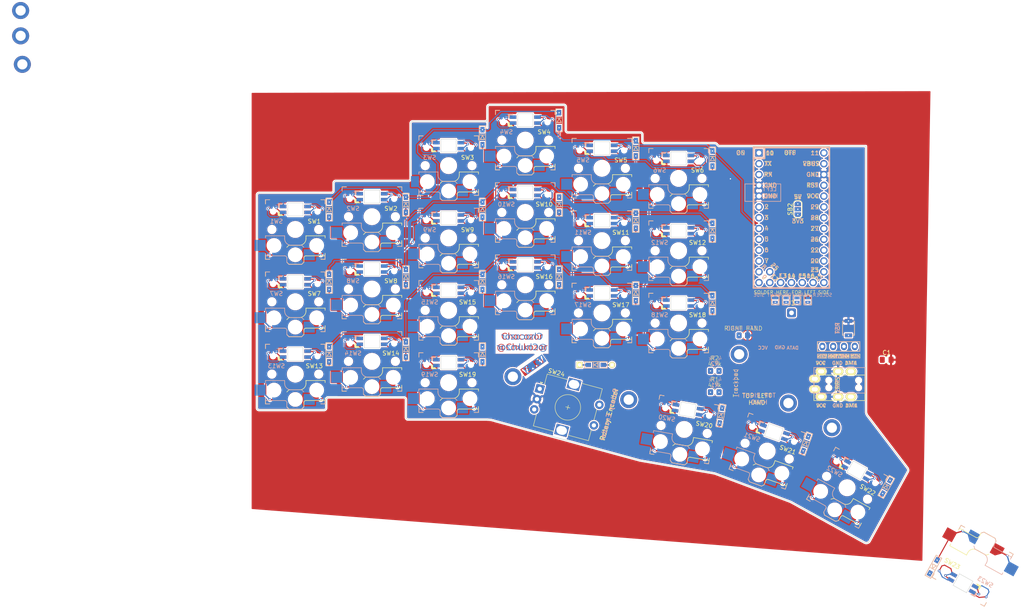
<source format=kicad_pcb>
(kicad_pcb (version 20240108) (generator "pcbnew") (generator_version "8.0")
  (title_block (title "Chocozor") (date "2024-10-25") (rev "0.2") (company "Chukozor"))
  (layers (0 "F.Cu" signal) (31 "B.Cu" signal) (34 "B.Paste" user) (35 "F.Paste" user) (36 "B.SilkS" user "B.Silkscreen") (37 "F.SilkS" user "F.Silkscreen") (38 "B.Mask" user) (39 "F.Mask" user) (44 "Edge.Cuts" user))
  (net 0 "")
  (net 1 "row0")
  (net 2 "row1")
  (net 3 "row2")
  (net 4 "row3")
  (net 5 "GND")
  (net 6 "VCC")
  (net 7 "col0")
  (net 8 "col1")
  (net 9 "col2")
  (net 10 "col3")
  (net 11 "col4")
  (net 12 "col5")
  (net 13 "LED")
  (net 14 "data")
  (net 15 "reset")
  (net 16 "SCL")
  (net 17 "SDA")
  (net 18 "ENCA")
  (net 19 "Net-(D1-A)")
  (net 20 "ENCB")
  (net 21 "Net-(SW4-Pad2)")
  (net 22 "Net-(SW5-Pad2)")
  (net 23 "Net-(SW6-Pad2)")
  (net 24 "Net-(SW8-Pad2)")
  (net 25 "Net-(SW9-Pad2)")
  (net 26 "Net-(SW10-Pad2)")
  (net 27 "Net-(SW11-Pad2)")
  (net 28 "Net-(SW12-Pad2)")
  (net 29 "Net-(SW14-Pad2)")
  (net 30 "Net-(SW15-Pad2)")
  (net 31 "Net-(SW16-Pad2)")
  (net 32 "Net-(SW17-Pad2)")
  (net 33 "Net-(SW18-Pad2)")
  (net 34 "Net-(SW19-Pad2)")
  (net 35 "Net-(SW20-Pad2)")
  (net 36 "Net-(SW21-Pad2)")
  (net 37 "Net-(SW22-Pad2)")
  (net 38 "Net-(SW2-Pad2)")
  (net 39 "Net-(SW3-Pad2)")
  (net 40 "Net-(SW23-Pad2)")
  (net 41 "Net-(SW1-Pad2)")
  (net 42 "Net-(SW7-Pad2)")
  (net 43 "Net-(SW13-Pad2)")
  (net 53 "VI2C")
  (net 54 "VBUS")
  (net 55 "HandPin")
  (net 56 "Net-(J3-Pin_1)")
  (net 57 "Net-(SW1-DIN)")
  (net 58 "Net-(SW2-DIN)")
  (net 59 "Net-(SW3-DIN)")
  (net 60 "Net-(SW4-DIN)")
  (net 61 "Net-(SW5-DIN)")
  (net 62 "Net-(SW12-DOUT)")
  (net 63 "Net-(SW13-DOUT)")
  (net 64 "Net-(SW7-DOUT)")
  (net 65 "Net-(SW10-DOUT)")
  (net 66 "Net-(SW10-DIN)")
  (net 67 "Net-(SW8-DOUT)")
  (net 68 "Net-(SW11-DOUT)")
  (net 69 "Net-(SW13-DIN)")
  (net 70 "Net-(SW14-DIN)")
  (net 71 "Net-(SW15-DIN)")
  (net 72 "Net-(SW16-DIN)")
  (net 73 "Net-(SW17-DIN)")
  (net 74 "Net-(SW1-DOUT)")
  (net 75 "Net-(SW19-DOUT)")
  (net 76 "Net-(SW20-DOUT)")
  (net 77 "Net-(SW21-DOUT)")
  (net 78 "Net-(SW22-DOUT)")
  (net 81 "Net-(J2-Pin_3)")
  (net 82 "Net-(J2-Pin_4)")
  (net 83 "Net-(J2-Pin_1)")
  (net 84 "Net-(J2-Pin_2)")
  (footprint "Switches_Chukozor:MJ-4PP-9_Chukozor" (layer "F.Cu") (at 195.484387 109.706135)
    (property "Reference" "J1")
    (property "Value" "MJ-4PP-9" (hide yes))
  )
  (footprint "Switches_Chukozor:Kailh_socket_PG1350_reversible_Chukozor_Col_5_LED" (layer "F.Cu") (at 85.91 70.4)
    (property "Reference" "SW2")
    (property "Value" "SW_Chuk")
    (fp_line (start -1.8 -6.25) (end -1.8 -3.15) (stroke (width 0.1)) (layer "Edge.Cuts"))
    (fp_line (start -1.8 -3.15) (end 1.8 -3.15) (stroke (width 0.1)) (layer "Edge.Cuts"))
    (fp_line (start 1.8 -6.25) (end -1.8 -6.25) (stroke (width 0.1)) (layer "Edge.Cuts"))
    (fp_line (start 1.8 -3.15) (end 1.8 -6.25) (stroke (width 0.1)) (layer "Edge.Cuts"))
  )
  (footprint "Switches_Chukozor:Kailh_socket_PG1350_reversible_Chukozor_Top_Col_4_shortened_LED" (layer "F.Cu") (at 103.91 58.4)
    (property "Reference" "SW3")
    (property "Value" "SW_Chuk")
    (fp_line (start -1.8 -6.25) (end -1.8 -3.15) (stroke (width 0.1)) (layer "Edge.Cuts"))
    (fp_line (start -1.8 -3.15) (end 1.8 -3.15) (stroke (width 0.1)) (layer "Edge.Cuts"))
    (fp_line (start 1.8 -6.25) (end -1.8 -6.25) (stroke (width 0.1)) (layer "Edge.Cuts"))
    (fp_line (start 1.8 -3.15) (end 1.8 -6.25) (stroke (width 0.1)) (layer "Edge.Cuts"))
  )
  (footprint "Switches_Chukozor:Kailh_socket_PG1350_reversible_Chukozor_LED" (layer "F.Cu") (at 121.91 52.4)
    (property "Reference" "SW4")
    (property "Value" "SW_Chuk")
    (fp_line (start -1.8 -6.25) (end -1.8 -3.15) (stroke (width 0.1)) (layer "Edge.Cuts"))
    (fp_line (start -1.8 -3.15) (end 1.8 -3.15) (stroke (width 0.1)) (layer "Edge.Cuts"))
    (fp_line (start 1.8 -6.25) (end -1.8 -6.25) (stroke (width 0.1)) (layer "Edge.Cuts"))
    (fp_line (start 1.8 -3.15) (end 1.8 -6.25) (stroke (width 0.1)) (layer "Edge.Cuts"))
  )
  (footprint "Switches_Chukozor:Kailh_socket_PG1350_reversible_Chukozor_LED" (layer "F.Cu") (at 139.91 59.02)
    (property "Reference" "SW5")
    (property "Value" "SW_Chuk")
    (fp_line (start -1.8 -6.25) (end -1.8 -3.15) (stroke (width 0.1)) (layer "Edge.Cuts"))
    (fp_line (start -1.8 -3.15) (end 1.8 -3.15) (stroke (width 0.1)) (layer "Edge.Cuts"))
    (fp_line (start 1.8 -6.25) (end -1.8 -6.25) (stroke (width 0.1)) (layer "Edge.Cuts"))
    (fp_line (start 1.8 -3.15) (end 1.8 -6.25) (stroke (width 0.1)) (layer "Edge.Cuts"))
  )
  (footprint "Switches_Chukozor:Kailh_socket_PG1350_reversible_Chukozor_LED" (layer "F.Cu") (at 157.91 61.4)
    (property "Reference" "SW6")
    (property "Value" "SW_Chuk")
    (fp_line (start -1.8 -6.25) (end -1.8 -3.15) (stroke (width 0.1)) (layer "Edge.Cuts"))
    (fp_line (start -1.8 -3.15) (end 1.8 -3.15) (stroke (width 0.1)) (layer "Edge.Cuts"))
    (fp_line (start 1.8 -6.25) (end -1.8 -6.25) (stroke (width 0.1)) (layer "Edge.Cuts"))
    (fp_line (start 1.8 -3.15) (end 1.8 -6.25) (stroke (width 0.1)) (layer "Edge.Cuts"))
  )
  (footprint "Switches_Chukozor:Kailh_socket_PG1350_reversible_Chukozor_Col_5_LED" (layer "F.Cu") (at 85.91 87.4)
    (property "Reference" "SW8")
    (property "Value" "SW_Chuk")
    (fp_line (start -1.8 -6.25) (end -1.8 -3.15) (stroke (width 0.1)) (layer "Edge.Cuts"))
    (fp_line (start -1.8 -3.15) (end 1.8 -3.15) (stroke (width 0.1)) (layer "Edge.Cuts"))
    (fp_line (start 1.8 -6.25) (end -1.8 -6.25) (stroke (width 0.1)) (layer "Edge.Cuts"))
    (fp_line (start 1.8 -3.15) (end 1.8 -6.25) (stroke (width 0.1)) (layer "Edge.Cuts"))
  )
  (footprint "Switches_Chukozor:Kailh_socket_PG1350_reversible_Chukozor_Top_Col_4_LED" (layer "F.Cu") (at 103.91 75.4)
    (property "Reference" "SW9")
    (property "Value" "SW_Chuk")
    (fp_line (start -1.8 -6.25) (end -1.8 -3.15) (stroke (width 0.1)) (layer "Edge.Cuts"))
    (fp_line (start -1.8 -3.15) (end 1.8 -3.15) (stroke (width 0.1)) (layer "Edge.Cuts"))
    (fp_line (start 1.8 -6.25) (end -1.8 -6.25) (stroke (width 0.1)) (layer "Edge.Cuts"))
    (fp_line (start 1.8 -3.15) (end 1.8 -6.25) (stroke (width 0.1)) (layer "Edge.Cuts"))
  )
  (footprint "Switches_Chukozor:Kailh_socket_PG1350_reversible_Chukozor_Col_3_SW10_SW16_LED" (layer "F.Cu") (at 121.91 69.4)
    (property "Reference" "SW10")
    (property "Value" "SW_Chuk")
    (fp_line (start -1.8 -6.25) (end -1.8 -3.15) (stroke (width 0.1)) (layer "Edge.Cuts"))
    (fp_line (start -1.8 -3.15) (end 1.8 -3.15) (stroke (width 0.1)) (layer "Edge.Cuts"))
    (fp_line (start 1.8 -6.25) (end -1.8 -6.25) (stroke (width 0.1)) (layer "Edge.Cuts"))
    (fp_line (start 1.8 -3.15) (end 1.8 -6.25) (stroke (width 0.1)) (layer "Edge.Cuts"))
  )
  (footprint "Switches_Chukozor:Kailh_socket_PG1350_reversible_Chukozor_LED" (layer "F.Cu") (at 139.91 76.02)
    (property "Reference" "SW11")
    (property "Value" "SW_Chuk")
    (fp_line (start -1.8 -6.25) (end -1.8 -3.15) (stroke (width 0.1)) (layer "Edge.Cuts"))
    (fp_line (start -1.8 -3.15) (end 1.8 -3.15) (stroke (width 0.1)) (layer "Edge.Cuts"))
    (fp_line (start 1.8 -6.25) (end -1.8 -6.25) (stroke (width 0.1)) (layer "Edge.Cuts"))
    (fp_line (start 1.8 -3.15) (end 1.8 -6.25) (stroke (width 0.1)) (layer "Edge.Cuts"))
  )
  (footprint "Switches_Chukozor:Kailh_socket_PG1350_reversible_Chukozor_LED" (layer "F.Cu") (at 157.91 78.4)
    (property "Reference" "SW12")
    (property "Value" "SW_Chuk")
    (fp_line (start -1.8 -6.25) (end -1.8 -3.15) (stroke (width 0.1)) (layer "Edge.Cuts"))
    (fp_line (start -1.8 -3.15) (end 1.8 -3.15) (stroke (width 0.1)) (layer "Edge.Cuts"))
    (fp_line (start 1.8 -6.25) (end -1.8 -6.25) (stroke (width 0.1)) (layer "Edge.Cuts"))
    (fp_line (start 1.8 -3.15) (end 1.8 -6.25) (stroke (width 0.1)) (layer "Edge.Cuts"))
  )
  (footprint "Switches_Chukozor:Kailh_socket_PG1350_reversible_Chukozor_Col_5_LED" (layer "F.Cu") (at 85.91 104.4)
    (property "Reference" "SW14")
    (property "Value" "SW_Chuk")
    (fp_line (start -1.8 -6.25) (end -1.8 -3.15) (stroke (width 0.1)) (layer "Edge.Cuts"))
    (fp_line (start -1.8 -3.15) (end 1.8 -3.15) (stroke (width 0.1)) (layer "Edge.Cuts"))
    (fp_line (start 1.8 -6.25) (end -1.8 -6.25) (stroke (width 0.1)) (layer "Edge.Cuts"))
    (fp_line (start 1.8 -3.15) (end 1.8 -6.25) (stroke (width 0.1)) (layer "Edge.Cuts"))
  )
  (footprint "Switches_Chukozor:Kailh_socket_PG1350_reversible_Chukozor_Top_Col_4_LED" (layer "F.Cu") (at 103.91 92.4)
    (property "Reference" "SW15")
    (property "Value" "SW_Chuk")
    (fp_line (start -1.8 -6.25) (end -1.8 -3.15) (stroke (width 0.1)) (layer "Edge.Cuts"))
    (fp_line (start -1.8 -3.15) (end 1.8 -3.15) (stroke (width 0.1)) (layer "Edge.Cuts"))
    (fp_line (start 1.8 -6.25) (end -1.8 -6.25) (stroke (width 0.1)) (layer "Edge.Cuts"))
    (fp_line (start 1.8 -3.15) (end 1.8 -6.25) (stroke (width 0.1)) (layer "Edge.Cuts"))
  )
  (footprint "Switches_Chukozor:Kailh_socket_PG1350_reversible_Chukozor_Col_3_SW10_SW16_LED" (layer "F.Cu") (at 121.91 86.4)
    (property "Reference" "SW16")
    (property "Value" "SW_Chuk")
    (fp_line (start -1.8 -6.25) (end -1.8 -3.15) (stroke (width 0.1)) (layer "Edge.Cuts"))
    (fp_line (start -1.8 -3.15) (end 1.8 -3.15) (stroke (width 0.1)) (layer "Edge.Cuts"))
    (fp_line (start 1.8 -6.25) (end -1.8 -6.25) (stroke (width 0.1)) (layer "Edge.Cuts"))
    (fp_line (start 1.8 -3.15) (end 1.8 -6.25) (stroke (width 0.1)) (layer "Edge.Cuts"))
  )
  (footprint "Switches_Chukozor:Kailh_socket_PG1350_reversible_Chukozor_LED" (layer "F.Cu") (at 139.91 93.025)
    (property "Reference" "SW17")
    (property "Value" "SW_Chuk")
    (fp_line (start -1.8 -6.25) (end -1.8 -3.15) (stroke (width 0.1)) (layer "Edge.Cuts"))
    (fp_line (start -1.8 -3.15) (end 1.8 -3.15) (stroke (width 0.1)) (layer "Edge.Cuts"))
    (fp_line (start 1.8 -6.25) (end -1.8 -6.25) (stroke (width 0.1)) (layer "Edge.Cuts"))
    (fp_line (start 1.8 -3.15) (end 1.8 -6.25) (stroke (width 0.1)) (layer "Edge.Cuts"))
  )
  (footprint "Switches_Chukozor:Kailh_socket_PG1350_reversible_Chukozor_LED" (layer "F.Cu") (at 157.91 95.4)
    (property "Reference" "SW18")
    (property "Value" "SW_Chuk")
    (fp_line (start -1.8 -6.25) (end -1.8 -3.15) (stroke (width 0.1)) (layer "Edge.Cuts"))
    (fp_line (start -1.8 -3.15) (end 1.8 -3.15) (stroke (width 0.1)) (layer "Edge.Cuts"))
    (fp_line (start 1.8 -6.25) (end -1.8 -6.25) (stroke (width 0.1)) (layer "Edge.Cuts"))
    (fp_line (start 1.8 -3.15) (end 1.8 -6.25) (stroke (width 0.1)) (layer "Edge.Cuts"))
  )
  (footprint "Switches_Chukozor:Kailh_socket_PG1350_reversible_Chukozor_LED" (layer "F.Cu") (at 178.714316 125.486551 -19.6)
    (property "Reference" "SW21")
    (property "Value" "SW_Chuk")
    (fp_line (start -1.8 -3.15) (end 1.8 -3.15) (stroke (width 0.1)) (layer "Edge.Cuts"))
    (fp_line (start -1.8 -6.249999) (end -1.8 -3.15) (stroke (width 0.1)) (layer "Edge.Cuts"))
    (fp_line (start 1.8 -3.15) (end 1.8 -6.25) (stroke (width 0.1)) (layer "Edge.Cuts"))
    (fp_line (start 1.8 -6.25) (end -1.8 -6.249999) (stroke (width 0.1)) (layer "Edge.Cuts"))
  )
  (footprint "Switches_Chukozor:Kailh_socket_PG1350_reversible_Chukozor_LED" (layer "F.Cu") (at 197.484387 134.106135 -29.2)
    (property "Reference" "SW22")
    (property "Value" "SW_Chuk")
    (fp_line (start -1.8 -3.149999) (end 1.799999 -3.15) (stroke (width 0.1)) (layer "Edge.Cuts"))
    (fp_line (start -1.8 -6.25) (end -1.8 -3.149999) (stroke (width 0.1)) (layer "Edge.Cuts"))
    (fp_line (start 1.799999 -3.15) (end 1.8 -6.250001) (stroke (width 0.1)) (layer "Edge.Cuts"))
    (fp_line (start 1.8 -6.250001) (end -1.8 -6.25) (stroke (width 0.1)) (layer "Edge.Cuts"))
  )
  (footprint "Switches_Chukozor:Kailh_socket_PG1350_reversible_Chukozor_LED" (layer "F.Cu") (at 226.973979 152.439682 151)
    (property "Reference" "SW23")
    (property "Value" "SW_Chuk")
    (fp_line (start 1.8 -6.25) (end -1.799999 -6.25) (stroke (width 0.1)) (layer "Edge.Cuts"))
    (fp_line (start 1.8 -3.15) (end 1.8 -6.25) (stroke (width 0.1)) (layer "Edge.Cuts"))
    (fp_line (start -1.799999 -6.25) (end -1.8 -3.15) (stroke (width 0.1)) (layer "Edge.Cuts"))
    (fp_line (start -1.8 -3.15) (end 1.8 -3.15) (stroke (width 0.1)) (layer "Edge.Cuts"))
  )
  (footprint "cornia-footprints:RP2040-ProMicro" (layer "F.Cu") (at 186.4 69.93)
    (property "Reference" "U1" (hide yes))
    (property "Value" "RP2040-ProMicro" (hide yes))
  )
  (footprint "Switches_Chukozor:oled_display_Chukozor" (layer "F.Cu") (at 195.51 100.9)
    (property "Reference" "J2")
    (property "Value" "Conn_01x04")
  )
  (footprint "Mounting_hole_Chukozor:Passthrough_hole_chukozor_M2" (layer "F.Cu") (at 3.81 34.6)
    (property "Reference" "H8" (hide yes))
    (property "Value" "MountingHole")
  )
  (footprint "Switches_Chukozor:Kailh_socket_PG1350_reversible_Chukozor_LED" (layer "F.Cu") (at 67.91 90.4)
    (property "Reference" "SW7")
    (property "Value" "SW_Chuk")
    (fp_line (start -1.8 -6.25) (end -1.8 -3.15) (stroke (width 0.1)) (layer "Edge.Cuts"))
    (fp_line (start -1.8 -3.15) (end 1.8 -3.15) (stroke (width 0.1)) (layer "Edge.Cuts"))
    (fp_line (start 1.8 -6.25) (end -1.8 -6.25) (stroke (width 0.1)) (layer "Edge.Cuts"))
    (fp_line (start 1.8 -3.15) (end 1.8 -6.25) (stroke (width 0.1)) (layer "Edge.Cuts"))
  )
  (footprint "Mounting_hole_Chukozor:Passthrough_hole_chukozor_M2" (layer "F.Cu") (at 3.41 27.9)
    (property "Reference" "H3" (hide yes))
    (property "Value" "MountingHole")
  )
  (footprint "Switches_Chukozor:Kailh_socket_PG1350_reversible_Chukozor_LED" (layer "F.Cu") (at 159.219725 120.401403 -9.8)
    (property "Reference" "SW20")
    (property "Value" "SW_Chuk")
    (fp_line (start -1.8 -3.15) (end 1.8 -3.15) (stroke (width 0.1)) (layer "Edge.Cuts"))
    (fp_line (start -1.8 -6.25) (end -1.8 -3.15) (stroke (width 0.1)) (layer "Edge.Cuts"))
    (fp_line (start 1.8 -3.15) (end 1.8 -6.25) (stroke (width 0.1)) (layer "Edge.Cuts"))
    (fp_line (start 1.8 -6.25) (end -1.8 -6.25) (stroke (width 0.1)) (layer "Edge.Cuts"))
  )
  (footprint "Switches_Chukozor:Kailh_socket_PG1350_reversible_Chukozor_LED" (layer "F.Cu") (at 67.91 73.4)
    (property "Reference" "SW1")
    (property "Value" "SW_Chuk")
    (fp_line (start -1.8 -6.25) (end -1.8 -3.15) (stroke (width 0.1)) (layer "Edge.Cuts"))
    (fp_line (start -1.8 -3.15) (end 1.8 -3.15) (stroke (width 0.1)) (layer "Edge.Cuts"))
    (fp_line (start 1.8 -6.25) (end -1.8 -6.25) (stroke (width 0.1)) (layer "Edge.Cuts"))
    (fp_line (start 1.8 -3.15) (end 1.8 -6.25) (stroke (width 0.1)) (layer "Edge.Cuts"))
  )
  (footprint "Mounting_hole_Chukozor:Passthrough_hole_chukozor_M2" (layer "F.Cu") (at 193.91 120)
    (property "Reference" "H6" (hide yes))
    (property "Value" "MountingHole")
  )
  (footprint "kbd:D3_TH_SMD" (layer "F.Cu") (at 138.475 105.225)
    (property "Reference" "D1" (hide yes))
    (property "Value" "D" (hide yes))
  )
  (footprint "Mounting_hole_Chukozor:Passthrough_hole_chukozor_M2" (layer "F.Cu") (at 3.41 21.95)
    (property "Reference" "H1" (hide yes))
    (property "Value" "MountingHole")
  )
  (footprint "Mounting_hole_Chukozor:Passthrough_hole_chukozor_M2" (layer "F.Cu") (at 183.7 114.2)
    (property "Reference" "H2" (hide yes))
    (property "Value" "MountingHole")
  )
  (footprint "Switches_Chukozor:Kailh_socket_PG1350_reversible_Chukozor_LED" (layer "F.Cu") (at 67.91 107.4)
    (property "Reference" "SW13")
    (property "Value" "SW_Chuk")
    (fp_line (start -1.8 -6.25) (end -1.8 -3.15) (stroke (width 0.1)) (layer "Edge.Cuts"))
    (fp_line (start -1.8 -3.15) (end 1.8 -3.15) (stroke (width 0.1)) (layer "Edge.Cuts"))
    (fp_line (start 1.8 -6.25) (end -1.8 -6.25) (stroke (width 0.1)) (layer "Edge.Cuts"))
    (fp_line (start 1.8 -3.15) (end 1.8 -6.25) (stroke (width 0.1)) (layer "Edge.Cuts"))
  )
  (footprint "Switches_Chukozor:switches_oled_display" (layer "F.Cu") (at 184.461 90.18338)
    (property "Reference" "SB1" (hide yes))
    (property "Value" "switches_oled_display" (hide yes))
  )
  (footprint "Switches_Chukozor:SW_SPST_B3U-1000P_Chukozor" (layer "F.Cu") (at 197.81 96.6 90)
    (property "Reference" "RSW1" (hide yes))
    (property "Value" "RST")
  )
  (footprint "Switches_Chukozor:Kailh_socket_PG1350_reversible_Chukozor_Top_Col_4_LED" (layer "F.Cu") (at 103.91 109.4)
    (property "Reference" "SW19")
    (property "Value" "SW_Chuk")
    (fp_line (start -1.8 -6.25) (end -1.8 -3.15) (stroke (width 0.1)) (layer "Edge.Cuts"))
    (fp_line (start -1.8 -3.15) (end 1.8 -3.15) (stroke (width 0.1)) (layer "Edge.Cuts"))
    (fp_line (start 1.8 -6.25) (end -1.8 -6.25) (stroke (width 0.1)) (layer "Edge.Cuts"))
    (fp_line (start 1.8 -3.15) (end 1.8 -6.25) (stroke (width 0.1)) (layer "Edge.Cuts"))
  )
  (footprint "Resistances_Chukozor:R_0805_Handedness_Chukozor" (layer "F.Cu") (at 173.11 98.3)
    (property "Reference" "Handedness1" (hide yes))
    (property "Value" "~" (hide yes))
  )
  (footprint "Mounting_hole_Chukozor:Passthrough_hole_chukozor_M2" (layer "F.Cu") (at 119 108)
    (property "Reference" "H4" (hide yes))
    (property "Value" "MountingHole")
  )
  (footprint "Switches_Chukozor:SolderJumper-3_I2C_Chukozor" (layer "F.Cu") (at 185.91 68.65 90)
    (property "Reference" "SB2")
    (property "Value" "SolderJumper_3_Open")
  )
  (footprint "cornia-footprints:C_0805" (layer "F.Cu") (at 206.77 104.03)
    (property "Reference" "C1")
    (property "Value" "1uF")
  )
  (footprint "Rotary_Encoder:RotaryEncoder_Alps_EC12E-Switch_Vertical_H20mm" (layer "F.Cu") (at 125.304085 110.858748 -15)
    (property "Reference" "SW24")
    (property "Value" "RotaryEncoder_Switch")
  )
  (footprint "Mounting_hole_Chukozor:Passthrough_hole_chukozor_M2" (layer "F.Cu") (at 172.13 102.74)
    (property "Reference" "H7" (hide yes))
    (property "Value" "MountingHole")
  )
  (footprint "Mounting_hole_Chukozor:Passthrough_hole_chukozor_M2" (layer "F.Cu") (at 146.2 113.4)
    (property "Reference" "H5" (hide yes))
    (property "Value" "MountingHole")
  )
  (footprint "cornia-footprints:1Pin" (layer "F.Cu") (at 184.43 93)
    (property "Reference" "J3")
    (property "Value" "Conn_01x01_Pin")
  )
  (footprint "Resistances_Chukozor:R_0805_double_face_Chukozor" (layer "B.Cu") (at 166.41 111.65 180)
    (property "Reference" "R1")
    (property "Value" "4.7k")
  )
  (footprint "Resistances_Chukozor:R_0805_double_face_Chukozor" (layer "B.Cu") (at 166.41 106.65 180)
    (property "Reference" "R2")
    (property "Value" "4.7k")
  )
  (gr_rect (start 173.5 62.7) (end 181.9 66.8) (stroke (width 0.15)) (fill none) (layer "B.SilkS"))
  (gr_line (start 201.9 53.8) (end 167.3 53.8) (stroke (width 0.15)) (layer "Edge.Cuts"))
  (gr_line (start 202.8 146.6) (end 211.758698 130.27287) (stroke (width 0.15)) (layer "Edge.Cuts"))
  (gr_line (start 184.2 137.4) (end 201.6 147) (stroke (width 0.15)) (layer "Edge.Cuts"))
  (gr_line (start 148.83977 127.690088) (end 166.358677 130.72242) (stroke (width 0.15)) (layer "Edge.Cuts"))
  (gr_line (start 166.4 53.1) (end 149.9 53.1) (stroke (width 0.15)) (layer "Edge.Cuts"))
  (gr_line (start 130.939604 44.100001) (end 113.51 44.100001) (stroke (width 0.15)) (layer "Edge.Cuts"))
  (gr_line (start 131.429703 50.2) (end 131.429703 44.6) (stroke (width 0.15)) (layer "Edge.Cuts"))
  (gr_line (start 148.919802 50.600001) (end 131.919802 50.600001) (stroke (width 0.15)) (layer "Edge.Cuts"))
  (gr_line (start 149.409901 52.6) (end 149.409901 51.1) (stroke (width 0.15)) (layer "Edge.Cuts"))
  (gr_line (start 112.510001 47.990099) (end 95.480001 47.990099) (stroke (width 0.15)) (layer "Edge.Cuts"))
  (gr_line (start 113.010001 44.5901) (end 113.01 49.5) (stroke (width 0.15)) (layer "Edge.Cuts"))
  (gr_arc (start 131.919802 50.600001) (mid 131.571248 50.451485) (end 131.429703 50.100002) (stroke (width 0.15)) (layer "Edge.Cuts"))
  (gr_arc (start 113.010001 44.5901) (mid 113.158498 44.241497) (end 113.51 44.100001) (stroke (width 0.15)) (layer "Edge.Cuts"))
  (gr_arc (start 211.657187 129.480253) (mid 211.801253 129.864611) (end 211.758698 130.27287) (stroke (width 0.15)) (layer "Edge.Cuts"))
  (gr_line (start 114.769985 118.39915) (end 148.83977 127.690088) (stroke (width 0.15)) (layer "Edge.Cuts"))
  (gr_arc (start 94.980002 48.480198) (mid 95.128479 48.131547) (end 95.480001 47.990099) (stroke (width 0.15)) (layer "Edge.Cuts"))
  (gr_arc (start 76.900001 64.3) (mid 76.751504 64.648603) (end 76.400002 64.790099) (stroke (width 0.15)) (layer "Edge.Cuts"))
  (gr_arc (start 202.8 146.6) (mid 202.282843 147.048528) (end 201.6 147) (stroke (width 0.15)) (layer "Edge.Cuts"))
  (gr_line (start 201.91 53.81502) (end 201.917 116.4) (stroke (width 0.15)) (layer "Edge.Cuts"))
  (gr_line (start 94.373129 118.069899) (end 113.073129 118.069899) (stroke (width 0.15)) (layer "Edge.Cuts"))
  (gr_arc (start 166.4 53.100001) (mid 166.770913 53.239956) (end 167.030055 53.539972) (stroke (width 0.15)) (layer "Edge.Cuts"))
  (gr_arc (start 75.149999 115.3599) (mid 75.001502 115.708503) (end 74.65 115.849999) (stroke (width 0.15)) (layer "Edge.Cuts"))
  (gr_arc (start 75.149999 113.35) (mid 75.298496 113.001397) (end 75.649998 112.859901) (stroke (width 0.15)) (layer "Edge.Cuts"))
  (gr_line (start 74.65 115.849999) (end 59.3901 115.849999) (stroke (width 0.15)) (layer "Edge.Cuts"))
  (gr_line (start 76.900001 62.480198) (end 76.900001 64.3) (stroke (width 0.15)) (layer "Edge.Cuts"))
  (gr_line (start 93.890099 113.3599) (end 93.88303 117.5699) (stroke (width 0.15)) (layer "Edge.Cuts"))
  (gr_arc (start 130.939604 44.100001) (mid 131.288254 44.248479) (end 131.429703 44.6) (stroke (width 0.15)) (layer "Edge.Cuts"))
  (gr_arc (start 93.4 112.859901) (mid 93.748603 113.008398) (end 93.890099 113.3599) (stroke (width 0.15)) (layer "Edge.Cuts"))
  (gr_arc (start 149.9 53.099999) (mid 149.551412 52.951488) (end 149.409901 52.6) (stroke (width 0.15)) (layer "Edge.Cuts"))
  (gr_line (start 202.211255 117.117966) (end 211.657187 129.480253) (stroke (width 0.15)) (layer "Edge.Cuts"))
  (gr_line (start 76.400002 64.790099) (end 59.4 64.790099) (stroke (width 0.15)) (layer "Edge.Cuts"))
  (gr_line (start 94.480003 61.990099) (end 77.4 61.990099) (stroke (width 0.15)) (layer "Edge.Cuts"))
  (gr_line (start 93.4 112.859901) (end 75.649998 112.859901) (stroke (width 0.15)) (layer "Edge.Cuts"))
  (gr_arc (start 58.900001 65.280198) (mid 59.048498 64.931595) (end 59.4 64.790099) (stroke (width 0.15)) (layer "Edge.Cuts"))
  (gr_line (start 94.980002 48.480198) (end 94.980002 61.5) (stroke (width 0.15)) (layer "Edge.Cuts"))
  (gr_arc (start 148.919802 50.600001) (mid 149.268454 50.748478) (end 149.409901 51.1) (stroke (width 0.15)) (layer "Edge.Cuts"))
  (gr_line (start 75.149999 113.35) (end 75.149999 115.3599) (stroke (width 0.15)) (layer "Edge.Cuts"))
  (gr_arc (start 113.01 47.5) (mid 112.861483 47.848553) (end 112.510001 47.990099) (stroke (width 0.15)) (layer "Edge.Cuts"))
  (gr_line (start 167.030055 53.539972) (end 167.3 53.8) (stroke (width 0.15)) (layer "Edge.Cuts"))
  (gr_arc (start 59.3901 115.849999) (mid 59.041497 115.701502) (end 58.900001 115.35) (stroke (width 0.15)) (layer "Edge.Cuts"))
  (gr_line (start 58.900001 65.280198) (end 58.900001 115.35) (stroke (width 0.15)) (layer "Edge.Cuts"))
  (gr_arc (start 202.211255 117.117966) (mid 202.033606 116.771492) (end 201.917 116.4) (stroke (width 0.15)) (layer "Edge.Cuts"))
  (gr_arc (start 94.980002 61.5) (mid 94.831505 61.848603) (end 94.480003 61.990099) (stroke (width 0.15)) (layer "Edge.Cuts"))
  (gr_arc (start 76.900001 62.480198) (mid 77.048498 62.131595) (end 77.4 61.990099) (stroke (width 0.15)) (layer "Edge.Cuts"))
  (gr_arc (start 94.373129 118.069899) (mid 94.024526 117.921402) (end 93.88303 117.5699) (stroke (width 0.15)) (layer "Edge.Cuts"))
  (gr_line (start 166.358677 130.72242) (end 184.2 137.4) (stroke (width 0.15)) (layer "Edge.Cuts"))
  (gr_arc (start 113.04 118.09) (mid 113.918853 118.167014) (end 114.769985 118.39915) (stroke (width 0.15)) (layer "Edge.Cuts"))
  (gr_text "Chocozor\n@Chukozor" (at 121.16 99.9 0) (layer "F.Cu") (effects (font (size 1.5 1.5) (thickness 0.3))))
  (gr_text "V1.3" (at 123.673988 105.60757 35) (layer "F.Cu" knockout) (effects (font (size 1.5 1.5) (thickness 0.3) (bold yes) (italic yes))))
  (gr_text "Chocozor\n@Chukozor" (at 121.16 99.9 0) (layer "B.Cu") (effects (font (size 1.5 1.5) (thickness 0.3)) (justify mirror)))
  (gr_text "V1.3" (at 124.136989 105.277612 35) (layer "B.Cu" knockout) (effects (font (size 1.5 1.5) (thickness 0.3) (bold yes) (italic yes)) (justify mirror)))
  (gr_text "ON" (at 172.5 55.4 -0) (layer "B.SilkS") (effects (font (size 1 1)) (justify mirror)))
  (gr_text "TOP RIGHT\nHAND" (at 176.8 113.2 0) (layer "B.SilkS") (effects (font (size 1 1)) (justify mirror)))
  (gr_text "Trackpad" (at 171.5 109.5 270) (layer "B.SilkS") (effects (font (size 1 1) (thickness 0.12)) (justify mirror)))
  (gr_text "DATA\n" (at 184.7 101.7 -0) (layer "B.SilkS") (effects (font (size 0.8 0.8)) (justify bottom mirror)))
  (gr_text "OFF" (at 184.1 55.4 -0) (layer "B.SilkS") (effects (font (size 1 1)) (justify mirror)))
  (gr_text "LEFT\nHAND" (at 179.3 64.7 0) (layer "B.SilkS") (effects (font (size 1 1)) (justify mirror)))
  (gr_text "GND\n" (at 181.7 101.6 -0) (layer "B.SilkS") (effects (font (size 0.8 0.8)) (justify bottom mirror)))
  (gr_text "SOLDER HERE FOR RIGHT SIDE" (at 184.71 88.8 0) (layer "B.SilkS") (effects (font (size 0.8 0.8) (thickness 0.1) (bold yes)) (justify mirror)))
  (gr_text "VCC" (at 177.7 101.7 0) (layer "B.SilkS") (effects (font (size 0.8 0.8)) (justify bottom mirror)))
  (gr_text "Rotary Encoder" (at 141.6 116.9 75) (layer "B.SilkS") (effects (font (size 1.1 1.1) (thickness 0.2) (bold yes)) (justify mirror)))
  (gr_text "OFF" (at 184.1 55.4 0) (layer "F.SilkS") (effects (font (size 1 1))))
  (gr_text "Rotary Encoder" (at 141.6 116.9 75) (layer "F.SilkS") (effects (font (size 1.1 1.1) (thickness 0.2) (bold yes))))
  (gr_text "ON" (at 172.5 55.4 0) (layer "F.SilkS") (effects (font (size 1 1))))
  (gr_text "TOP LEFT\nHAND" (at 176.3 113.3 0) (layer "F.SilkS") (effects (font (size 1 1))))
  (gr_text "Trackpad" (at 171.3 109.5 90) (layer "F.SilkS") (effects (font (size 1 1) (thickness 0.12))))
  (segment (start 147.86 52.575) (end 147.63 52.345) (width 0.25) (layer "B.Cu") (net 1))
  (segment (start 101.41 63.7) (end 99.295 65.815) (width 0.25) (layer "B.Cu") (net 1))
  (segment (start 148.81 53.525) (end 147.86 52.575) (width 0.25) (layer "B.Cu") (net 1))
  (segment (start 165.86 54.955) (end 172.81 61.905) (width 0.25) (layer "B.Cu") (net 1))
  (segment (start 96.626116 55.316116) (end 97.71 56.4) (width 0.25) (layer "B.Cu") (net 1))
  (segment (start 101.41 57.9) (end 101.41 63.7) (width 0.25) (layer "B.Cu") (net 1))
  (segment (start 147.63 52.345) (end 130.825 52.345) (width 0.25) (layer "B.Cu") (net 1))
  (segment (start 116.18 45.655) (end 113.435 48.4) (width 0.25) (layer "B.Cu") (net 1))
  (segment (start 129.01 46.805) (end 129.86 45.955) (width 0.25) (layer "B.Cu") (net 1))
  (segment (start 97.71 56.4) (end 99.91 56.4) (width 0.25) (layer "B.Cu") (net 1))
  (segment (start 93.87 65.815) (end 93.725 65.815) (width 0.25) (layer "B.Cu") (net 1))
  (segment (start 79.09 63.725) (end 75.86 66.955) (width 0.25) (layer "B.Cu") (net 1))
  (segment (start 129.56 45.655) (end 116.18 45.655) (width 0.25) (layer "B.Cu") (net 1))
  (segment (start 129.86 45.955) (end 129.56 45.655) (width 0.25) (layer "B.Cu") (net 1))
  (segment (start 172.81 69.21) (end 176.79 73.19) (width 0.25) (layer "B.Cu") (net 1))
  (segment (start 96.626116 53.6) (end 96.626116 55.316116) (width 0.25) (layer "B.Cu") (net 1))
  (segment (start 99.295 65.815) (end 93.87 65.815) (width 0.25) (layer "B.Cu") (net 1))
  (segment (start 93.725 65.815) (end 91.635 63.725) (width 0.25) (layer "B.Cu") (net 1))
  (segment (start 113.435 48.4) (end 113.435 49.676041) (width 0.25) (layer "B.Cu") (net 1))
  (segment (start 164.43 53.525) (end 148.81 53.525) (width 0.25) (layer "B.Cu") (net 1))
  (segment (start 99.91 56.4) (end 101.41 57.9) (width 0.25) (layer "B.Cu") (net 1))
  (segment (start 113.156041 49.955) (end 111.86 49.955) (width 0.25) (layer "B.Cu") (net 1))
  (segment (start 100.271116 49.955) (end 96.626116 53.6) (width 0.25) (layer "B.Cu") (net 1))
  (segment (start 129.01 50.53) (end 129.01 46.805) (width 0.25) (layer "B.Cu") (net 1))
  (segment (start 113.435 49.676041) (end 113.156041 49.955) (width 0.25) (layer "B.Cu") (net 1))
  (segment (start 165.86 54.955) (end 164.43 53.525) (width 0.25) (layer "B.Cu") (net 1))
  (segment (start 130.825 52.345) (end 129.01 50.53) (width 0.25) (layer "B.Cu") (net 1))
  (segment (start 172.81 61.905) (end 172.81 69.21) (width 0.25) (layer "B.Cu") (net 1))
  (segment (start 91.635 63.725) (end 79.09 63.725) (width 0.25) (layer "B.Cu") (net 1))
  (segment (start 111.86 49.955) (end 100.271116 49.955) (width 0.25) (layer "B.Cu") (net 1))
  (via (at 119.084387 63.006135) (size 0.6) (drill 0.3) (layers "F.Cu" "B.Cu") (net 2))
  (segment (start 147.86 69.575) (end 142.116041 69.575) (width 0.25) (layer "B.Cu") (net 2))
  (segment (start 93.87 71.44) (end 93.87 82.815) (width 0.25) (layer "B.Cu") (net 2))
  (segment (start 165.465 71.955) (end 163.085 69.575) (width 0.25) (layer "B.Cu") (net 2))
  (segment (start 131.023252 64.445) (end 129.723252 64.445) (width 0.25) (layer "B.Cu") (net 2))
  (segment (start 76.91 80.9) (end 76.91 81.2) (width 0.25) (layer "B.Cu") (net 2))
  (segment (start 111.86 66.955) (end 100.255 66.955) (width 0.25) (layer "B.Cu") (net 2))
  (segment (start 98.01 69.2) (end 96.11 69.2) (width 0.25) (layer "B.Cu") (net 2))
  (segment (start 119.435522 62.655) (end 119.084387 63.006135) (width 0.25) (layer "B.Cu") (net 2))
  (segment (start 116.16 62.655) (end 111.86 66.955) (width 0.25) (layer "B.Cu") (net 2))
  (segment (start 76.91 81.2) (end 75.86 82.25) (width 0.25) (layer "B.Cu") (net 2))
  (segment (start 133.378252 66.8) (end 131.023252 64.445) (width 0.25) (layer "B.Cu") (net 2))
  (segment (start 129.723252 64.445) (end 127.933252 62.655) (width 0.25) (layer "B.Cu") (net 2))
  (segment (start 139.341041 66.8) (end 133.378252 66.8) (width 0.25) (layer "B.Cu") (net 2))
  (segment (start 77.085 80.725) (end 76.91 80.9) (width 0.25) (layer "B.Cu") (net 2))
  (segment (start 75.86 82.25) (end 75.86 83.955) (width 0.25) (layer "B.Cu") (net 2))
  (segment (start 100.255 66.955) (end 98.01 69.2) (width 0.25) (layer "B.Cu") (net 2))
  (segment (start 142.116041 69.575) (end 139.341041 66.8) (width 0.25) (layer "B.Cu") (net 2))
  (segment (start 119.084387 63.006135) (end 118.733252 62.655) (width 0.25) (layer "B.Cu") (net 2))
  (segment (start 127.933252 62.655) (end 119.435522 62.655) (width 0.25) (layer "B.Cu") (net 2))
  (segment (start 93.87 82.815) (end 91.78 80.725) (width 0.25) (layer "B.Cu") (net 2))
  (segment (start 118.733252 62.655) (end 116.16 62.655) (width 0.25) (layer "B.Cu") (net 2))
  (segment (start 91.78 80.725) (end 77.085 80.725) (width 0.25) (layer "B.Cu") (net 2))
  (segment (start 163.085 69.575) (end 147.86 69.575) (width 0.25) (layer "B.Cu") (net 2))
  (segment (start 165.86 71.955) (end 165.465 71.955) (width 0.25) (layer "B.Cu") (net 2))
  (segment (start 96.11 69.2) (end 93.87 71.44) (width 0.25) (layer "B.Cu") (net 2))
  (segment (start 116.09 79.725) (end 111.86 83.955) (width 0.25) (layer "B.Cu") (net 3))
  (segment (start 165.86 88.955) (end 165.665 88.955) (width 0.25) (layer "B.Cu") (net 3))
  (segment (start 93.87 99.815) (end 91.78 97.725) (width 0.25) (layer "B.Cu") (net 3))
  (segment (start 163.29 86.58) (end 147.86 86.58) (width 0.25) (layer "B.Cu") (net 3))
  (segment (start 129.86 81.345) (end 129.86 79.955) (width 0.25) (layer "B.Cu") (net 3))
  (segment (start 111.86 83.955) (end 100.271116 83.955) (width 0.25) (layer "B.Cu") (net 3))
  (segment (start 79.09 97.725) (end 75.86 100.955) (width 0.25) (layer "B.Cu") (net 3))
  (segment (start 147.86 86.58) (end 142.116041 86.58) (width 0.25) (layer "B.Cu") (net 3))
  (segment (start 129.86 79.955) (end 129.155 79.955) (width 0.25) (layer "B.Cu") (net 3))
  (segment (start 139.336041 83.8) (end 132.315 83.8) (width 0.25) (layer "B.Cu") (net 3))
  (segment (start 142.116041 86.58) (end 139.336041 83.8) (width 0.25) (layer "B.Cu") (net 3))
  (segment (start 129.155 79.955) (end 128.925 79.725) (width 0.25) (layer "B.Cu") (net 3))
  (segment (start 132.315 83.8) (end 129.86 81.345) (width 0.25) (layer "B.Cu") (net 3))
  (segment (start 165.665 88.955) (end 163.29 86.58) (width 0.25) (layer "B.Cu") (net 3))
  (segment (start 93.87 90.356116) (end 93.87 99.815) (width 0.25) (layer "B.Cu") (net 3))
  (segment (start 100.271116 83.955) (end 93.87 90.356116) (width 0.25) (layer "B.Cu") (net 3))
  (segment (start 128.925 79.725) (end 116.09 79.725) (width 0.25) (layer "B.Cu") (net 3))
  (segment (start 91.78 97.725) (end 79.09 97.725) (width 0.25) (layer "B.Cu") (net 3))
  (segment (start 136.7 105.225) (end 134.665 105.225) (width 0.25) (layer "F.Cu") (net 4))
  (segment (start 136.7 105.225) (end 134.665 105.225) (width 0.25) (layer "B.Cu") (net 4))
  (segment (start 170.084387 61.506135) (end 171.608252 63.03) (width 0.25) (layer "F.Cu") (net 5))
  (segment (start 171.608252 63.03) (end 176.79 63.03) (width 0.25) (layer "F.Cu") (net 5))
  (via (at 170.084387 61.506135) (size 0.6) (drill 0.3) (layers "F.Cu" "B.Cu") (net 5))
  (segment (start 170.084387 61.006135) (end 170.084387 61.506135) (width 0.25) (layer "B.Cu") (net 5))
  (segment (start 163.803252 54.725) (end 170.084387 61.006135) (width 0.25) (layer "B.Cu") (net 5))
  (segment (start 154.985 54.725) (end 163.803252 54.725) (width 0.25) (layer "B.Cu") (net 5))
  (segment (start 153.41 56.3) (end 154.985 54.725) (width 0.25) (layer "B.Cu") (net 5))
  (segment (start 60.965 80.395) (end 60.965 95.405) (width 0.25) (layer "F.Cu") (net 7))
  (segment (start 61.96 96.4) (end 60.965 97.395) (width 0.25) (layer "F.Cu") (net 7))
  (segment (start 60.965 95.405) (end 61.96 96.4) (width 0.25) (layer "F.Cu") (net 7))
  (segment (start 60.965 112.405) (end 61.96 113.4) (width 0.25) (layer "F.Cu") (net 7))
  (segment (start 61.96 79.4) (end 60.965 80.395) (width 0.25) (layer "F.Cu") (net 7))
  (segment (start 60.965 97.395) (end 60.965 112.405) (width 0.25) (layer "F.Cu") (net 7))
  (segment (start 78.965 92.405) (end 79.96 93.4) (width 0.25) (layer "F.Cu") (net 8))
  (segment (start 79.96 76.4) (end 78.965 77.395) (width 0.25) (layer "F.Cu") (net 8))
  (segment (start 78.965 109.405) (end 79.96 110.4) (width 0.25) (layer "F.Cu") (net 8))
  (segment (start 78.965 77.395) (end 78.965 92.405) (width 0.25) (layer "F.Cu") (net 8))
  (segment (start 78.965 94.395) (end 78.965 109.405) (width 0.25) (layer "F.Cu") (net 8))
  (segment (start 79.96 93.4) (end 78.965 94.395) (width 0.25) (layer "F.Cu") (net 8))
  (segment (start 97.96 81.4) (end 96.965 82.395) (width 0.25) (layer "F.Cu") (net 9))
  (segment (start 96.965 114.405) (end 97.96 115.4) (width 0.25) (layer "F.Cu") (net 9))
  (segment (start 96.965 99.395) (end 96.965 114.405) (width 0.25) (layer "F.Cu") (net 9))
  (segment (start 97.96 64.4) (end 96.965 65.395) (width 0.25) (layer "F.Cu") (net 9))
  (segment (start 96.965 80.405) (end 97.96 81.4) (width 0.25) (layer "F.Cu") (net 9))
  (segment (start 96.965 65.395) (end 96.965 80.405) (width 0.25) (layer "F.Cu") (net 9))
  (segment (start 96.965 82.395) (end 96.965 97.405) (width 0.25) (layer "F.Cu") (net 9))
  (segment (start 96.965 97.405) (end 97.96 98.4) (width 0.25) (layer "F.Cu") (net 9))
  (segment (start 97.96 98.4) (end 96.965 99.395) (width 0.25) (layer "F.Cu") (net 9))
  (segment (start 114.965 76.395) (end 114.965 91.405) (width 0.25) (layer "F.Cu") (net 10))
  (segment (start 114.965 91.405) (end 115.96 92.4) (width 0.25) (layer "F.Cu") (net 10))
  (segment (start 115.96 75.4) (end 114.965 76.395) (width 0.25) (layer "F.Cu") (net 10))
  (segment (start 115.96 58.4) (end 114.965 59.395) (width 0.25) (layer "F.Cu") (net 10))
  (segment (start 114.965 59.395) (end 114.965 74.405) (width 0.25) (layer "F.Cu") (net 10))
  (segment (start 114.965 74.405) (end 115.96 75.4) (width 0.25) (layer "F.Cu") (net 10))
  (segment (start 132.965 81.025) (end 133.96 82.02) (width 0.25) (layer "F.Cu") (net 11))
  (segment (start 133.96 65.02) (end 132.965 66.015) (width 0.25) (layer "F.Cu") (net 11))
  (segment (start 133.96 82.02) (end 132.965 83.015) (width 0.25) (layer "F.Cu") (net 11))
  (segment (start 132.965 83.015) (end 132.965 98.03) (width 0.25) (layer "F.Cu") (net 11))
  (segment (start 132.965 66.015) (end 132.965 81.025) (width 0.25) (layer "F.Cu") (net 11))
  (segment (start 132.965 98.03) (end 133.96 99.025) (width 0.25) (layer "F.Cu") (net 11))
  (segment (start 151.96 84.4) (end 149.86 86.5) (width 0.25) (layer "F.Cu") (net 12))
  (segment (start 151.96 67.4) (end 150.965 68.395) (width 0.25) (layer "F.Cu") (net 12))
  (segment (start 151.96 101.4) (end 152.835 101.4) (width 0.25) (layer "F.Cu") (net 12))
  (segment (start 150.965 68.395) (end 150.965 83.455) (width 0.25) (layer "F.Cu") (net 12))
  (segment (start 149.86 86.5) (end 149.86 99.3) (width 0.25) (layer "F.Cu") (net 12))
  (segment (start 149.86 99.3) (end 151.96 101.4) (width 0.25) (layer "F.Cu") (net 12))
  (segment (start 150.965 83.455) (end 151.96 84.45) (width 0.25) (layer "F.Cu") (net 12))
  (segment (start 140.25 105.225) (end 142.285 105.225) (width 0.25) (layer "F.Cu") (net 19))
  (segment (start 140.25 105.225) (end 142.285 105.225) (width 0.25) (layer "B.Cu") (net 19))
  (segment (start 151.768441 58.790189) (end 150.215658 57.237406) (width 0.25) (layer "B.Cu") (net 61))
  (segment (start 140.21071 56.295) (end 137.473252 56.295) (width 0.25) (layer "B.Cu") (net 61))
  (segment (start 150.215658 57.237406) (end 141.153116 57.237406) (width 0.25) (layer "B.Cu") (net 61))
  (segment (start 141.153116 57.237406) (end 140.21071 56.295) (width 0.25) (layer "B.Cu") (net 61))
  (segment (start 164.23 57.336447) (end 162.776258 58.790189) (width 0.25) (layer "B.Cu") (net 61))
  (segment (start 162.776258 58.790189) (end 151.768441 58.790189) (width 0.25) (layer "B.Cu") (net 61))
  (segment (start 137.03 55.851748) (end 137.03 55.02) (width 0.25) (layer "B.Cu") (net 61))
  (segment (start 137.473252 56.295) (end 137.03 55.851748) (width 0.25) (layer "B.Cu") (net 61))
  (segment (start 164.23 56.52) (end 164.23 57.336447) (width 0.25) (layer "B.Cu") (net 61))
  (segment (start 128.23 64.52) (end 128.23 65.85) (width 0.25) (layer "B.Cu") (net 65))
  (segment (start 128.23 65.85) (end 128.184387 65.895613) (width 0.25) (layer "B.Cu") (net 65))
  (segment (start 133.59 69.711748) (end 133.59 71.14) (width 0.25) (layer "B.Cu") (net 65))
  (segment (start 128.184387 65.895613) (end 128.184387 66.506135) (width 0.25) (layer "B.Cu") (net 65))
  (segment (start 128.184387 66.506135) (end 129.684387 68.006135) (width 0.25) (layer "B.Cu") (net 65))
  (segment (start 131.884387 68.006135) (end 133.59 69.711748) (width 0.25) (layer "B.Cu") (net 65))
  (segment (start 129.684387 68.006135) (end 131.884387 68.006135) (width 0.25) (layer "B.Cu") (net 65))
  (segment (start 115.59 65.1) (end 111.883865 68.806135) (width 0.25) (layer "B.Cu") (net 66))
  (segment (start 111.883865 68.806135) (end 110.584387 68.806135) (width 0.25) (layer "B.Cu") (net 66))
  (segment (start 115.59 64.52) (end 115.59 65.1) (width 0.25) (layer "B.Cu") (net 66))
  (segment (start 110.584387 70.165613) (end 110.23 70.52) (width 0.25) (layer "B.Cu") (net 66))
  (segment (start 110.584387 68.806135) (end 110.584387 70.165613) (width 0.25) (layer "B.Cu") (net 66))
  (segment (start 93.384387 78.406135) (end 91.884387 78.406135) (width 0.25) (layer "F.Cu") (net 67))
  (segment (start 95.384387 76.406135) (end 93.384387 78.406135) (width 0.25) (layer "F.Cu") (net 67))
  (segment (start 91.884387 82.174387) (end 92.23 82.52) (width 0.25) (layer "F.Cu") (net 67))
  (segment (start 91.884387 78.406135) (end 91.884387 82.174387) (width 0.25) (layer "F.Cu") (net 67))
  (via (at 95.384387 76.406135) (size 0.6) (drill 0.3) (layers "F.Cu" "B.Cu") (net 67))
  (segment (start 97.59 70.52) (end 96.203865 71.906135) (width 0.25) (layer "B.Cu") (net 67))
  (segment (start 95.584387 76.206135) (end 95.384387 76.406135) (width 0.25) (layer "B.Cu") (net 67))
  (segment (start 96.203865 71.906135) (end 95.584387 71.906135) (width 0.25) (layer "B.Cu") (net 67))
  (segment (start 95.584387 71.906135) (end 95.584387 76.206135) (width 0.25) (layer "B.Cu") (net 67))
  (zone (net 5) (net_name "GND") (layers "F&B.Cu") (connect_pads (clearance 0.3)) (min_thickness 0.25) (fill yes (thermal_gap 0.5) (thermal_bridge_width 0.5))
    (polygon (pts (xy 57.657057 41.295807) (xy 217.057057 40.895807) (xy 215.157057 151.295807) (xy 57.657057 139.095807)))
  )
  (zone (net 0) (net_name "") (layers "F&B.Cu") (name "no_copper_fond") (connect_pads (clearance 0)) (min_thickness 0.254)
    (keepout (tracks allowed) (vias allowed) (pads allowed) (copperpour not_allowed) (footprints allowed))
    (fill (thermal_gap 0.508) (thermal_bridge_width 0.508))
    (polygon (pts (xy 119.994054 105.688147) (xy 122.030249 108.596137) (xy 127.477613 104.781854) (xy 125.441416 101.873863)))
  )
  (zone (net 0) (net_name "") (layers "F&B.Cu") (connect_pads (clearance 0)) (min_thickness 0.254)
    (keepout (tracks allowed) (vias allowed) (pads allowed) (copperpour not_allowed) (footprints allowed))
    (fill (thermal_gap 0.508) (thermal_bridge_width 0.508))
    (polygon (pts (xy 114.91 96.9) (xy 114.91 102.65) (xy 127.41 102.65) (xy 127.41 96.9)))
  )
)
</source>
